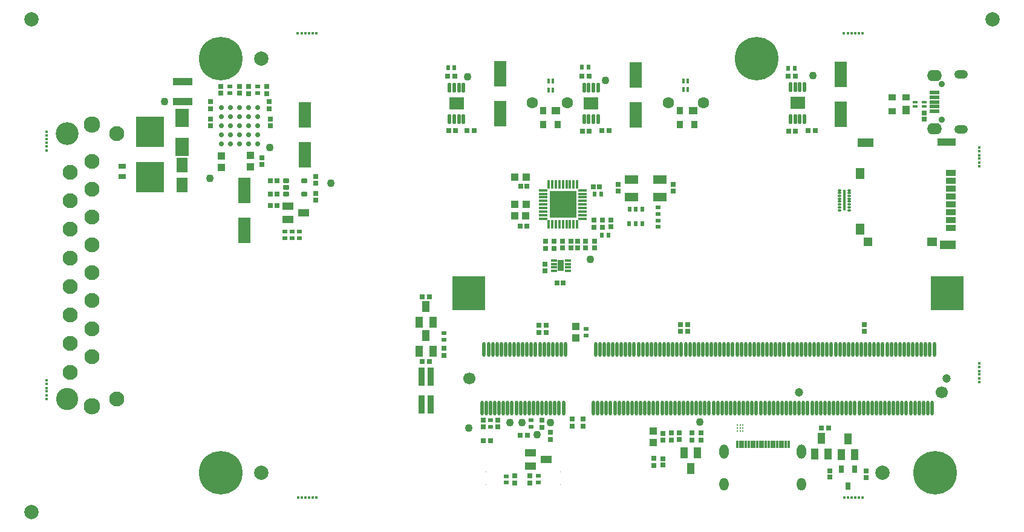
<source format=gts>
G04*
G04 #@! TF.GenerationSoftware,Altium Limited,Altium NEXUS,2.0.15 (191)*
G04*
G04 Layer_Color=8388736*
%FSLAX25Y25*%
%MOIN*%
G70*
G01*
G75*
%ADD70C,0.04331*%
%ADD71C,0.06299*%
%ADD89C,0.06693*%
%ADD137C,0.07874*%
%ADD138R,0.02953X0.04134*%
%ADD139R,0.02835X0.02835*%
%ADD140R,0.02953X0.02559*%
%ADD141R,0.02756X0.02362*%
%ADD142R,0.04331X0.05906*%
%ADD143O,0.01772X0.08268*%
%ADD144R,0.06693X0.14173*%
%ADD145C,0.02894*%
%ADD146R,0.03347X0.09843*%
%ADD147R,0.05906X0.04331*%
%ADD148R,0.02559X0.02165*%
%ADD149R,0.02165X0.02559*%
%ADD150R,0.02559X0.02953*%
%ADD151R,0.07480X0.09843*%
%ADD152R,0.06102X0.08465*%
%ADD153R,0.03937X0.03150*%
%ADD154R,0.04331X0.03937*%
%ADD155R,0.08268X0.07087*%
%ADD156O,0.02165X0.05709*%
%ADD157R,0.03347X0.01378*%
%ADD158R,0.03465X0.06299*%
%ADD159R,0.14961X0.14961*%
%ADD160O,0.04921X0.01575*%
%ADD161O,0.01575X0.04921*%
%ADD162O,0.02362X0.01181*%
%ADD163R,0.01693X0.11417*%
%ADD164C,0.01181*%
%ADD165R,0.10236X0.04134*%
%ADD166R,0.09055X0.04921*%
%ADD167R,0.04921X0.06299*%
%ADD168R,0.05118X0.04961*%
%ADD169R,0.05315X0.04961*%
%ADD170R,0.05276X0.03543*%
%ADD171R,0.15394X0.17087*%
%ADD172R,0.03543X0.03937*%
%ADD173R,0.05118X0.03937*%
G04:AMPARAMS|DCode=174|XSize=25.59mil|YSize=35.43mil|CornerRadius=3.92mil|HoleSize=0mil|Usage=FLASHONLY|Rotation=90.000|XOffset=0mil|YOffset=0mil|HoleType=Round|Shape=RoundedRectangle|*
%AMROUNDEDRECTD174*
21,1,0.02559,0.02760,0,0,90.0*
21,1,0.01776,0.03543,0,0,90.0*
1,1,0.00784,0.01380,0.00888*
1,1,0.00784,0.01380,-0.00888*
1,1,0.00784,-0.01380,-0.00888*
1,1,0.00784,-0.01380,0.00888*
%
%ADD174ROUNDEDRECTD174*%
%ADD175R,0.10630X0.04134*%
%ADD176R,0.07480X0.05118*%
%ADD177R,0.01299X0.04331*%
%ADD178R,0.05512X0.02165*%
%ADD179R,0.02835X0.02835*%
%ADD180R,0.03937X0.04331*%
%ADD181R,0.03937X0.03543*%
%ADD182R,0.03937X0.05118*%
%ADD183R,0.02362X0.02756*%
%ADD184R,0.03150X0.01575*%
%ADD185R,0.01575X0.03150*%
%ADD186R,0.18110X0.18504*%
%ADD187C,0.01587*%
%ADD188C,0.00394*%
%ADD189C,0.12205*%
%ADD190C,0.09055*%
%ADD191C,0.08268*%
%ADD192C,0.12611*%
%ADD193C,0.04724*%
G04:AMPARAMS|DCode=194|XSize=3.94mil|YSize=3.94mil|CornerRadius=0mil|HoleSize=0mil|Usage=FLASHONLY|Rotation=180.000|XOffset=0mil|YOffset=0mil|HoleType=Round|Shape=RoundedRectangle|*
%AMROUNDEDRECTD194*
21,1,0.00394,0.00394,0,0,180.0*
21,1,0.00394,0.00394,0,0,180.0*
1,1,0.00000,-0.00197,0.00197*
1,1,0.00000,0.00197,0.00197*
1,1,0.00000,0.00197,-0.00197*
1,1,0.00000,-0.00197,-0.00197*
%
%ADD194ROUNDEDRECTD194*%
%ADD195O,0.05118X0.07087*%
%ADD196O,0.05118X0.07874*%
%ADD197C,0.03543*%
%ADD198O,0.07480X0.04921*%
%ADD199O,0.08268X0.06102*%
%ADD200C,0.24016*%
D70*
X270335Y34700D02*
D03*
X422261Y232542D02*
D03*
X232576Y38485D02*
D03*
X255216Y41410D02*
D03*
X261737D02*
D03*
X277657Y41446D02*
D03*
X360035Y41508D02*
D03*
X299453Y131409D02*
D03*
X308000Y229962D02*
D03*
X231813Y232075D02*
D03*
X65000Y218214D02*
D03*
X122773Y193091D02*
D03*
X89810Y175836D02*
D03*
X156430Y173337D02*
D03*
D71*
X267609Y217623D02*
D03*
X286900D02*
D03*
X342554Y217622D02*
D03*
X361846D02*
D03*
D89*
X493293Y57921D02*
D03*
X232972Y65610D02*
D03*
D137*
X-8394Y-8083D02*
D03*
X-8394Y263571D02*
D03*
X521134Y263571D02*
D03*
X118110Y13780D02*
D03*
X460630Y13780D02*
D03*
X118110Y242127D02*
D03*
D138*
X441561Y6299D02*
D03*
X438017Y15551D02*
D03*
X445104D02*
D03*
D139*
X431627Y14713D02*
D03*
Y11169D02*
D03*
X451538Y14665D02*
D03*
Y11122D02*
D03*
X339518Y31751D02*
D03*
Y35294D02*
D03*
X339554Y21377D02*
D03*
Y17834D02*
D03*
X483464Y208551D02*
D03*
Y212094D02*
D03*
X315000Y172607D02*
D03*
Y169064D02*
D03*
X345098Y169064D02*
D03*
Y172607D02*
D03*
X284096Y137637D02*
D03*
Y141180D02*
D03*
X310998Y149323D02*
D03*
Y152866D02*
D03*
X118658Y187165D02*
D03*
Y183622D02*
D03*
X123075Y208625D02*
D03*
Y205082D02*
D03*
X90181Y208625D02*
D03*
Y205082D02*
D03*
X148281Y167586D02*
D03*
Y164042D02*
D03*
Y173337D02*
D03*
Y176881D02*
D03*
D140*
X257900Y12055D02*
D03*
Y8118D02*
D03*
X266350Y8117D02*
D03*
Y12054D02*
D03*
X219000Y82292D02*
D03*
Y78355D02*
D03*
X106354Y226804D02*
D03*
Y222867D02*
D03*
X344224Y35735D02*
D03*
Y31798D02*
D03*
X334690Y17665D02*
D03*
Y21602D02*
D03*
X240551Y38867D02*
D03*
Y42804D02*
D03*
X248551Y38867D02*
D03*
Y42804D02*
D03*
X272803Y42717D02*
D03*
Y38780D02*
D03*
X277657Y35873D02*
D03*
Y31936D02*
D03*
X275295Y91142D02*
D03*
Y95079D02*
D03*
X271358Y91142D02*
D03*
Y95079D02*
D03*
X295500Y43287D02*
D03*
Y39350D02*
D03*
X289663Y43287D02*
D03*
Y39350D02*
D03*
X348600Y35790D02*
D03*
Y31853D02*
D03*
X355673Y35735D02*
D03*
Y31798D02*
D03*
X353248Y91535D02*
D03*
Y95472D02*
D03*
X349311Y91535D02*
D03*
Y95472D02*
D03*
X360654Y35735D02*
D03*
Y31798D02*
D03*
X450492Y95473D02*
D03*
Y91536D02*
D03*
X302057Y141486D02*
D03*
Y137549D02*
D03*
X306108Y152967D02*
D03*
Y149030D02*
D03*
X301557Y153015D02*
D03*
Y149078D02*
D03*
X279523Y141352D02*
D03*
Y137415D02*
D03*
X274680Y124879D02*
D03*
Y128816D02*
D03*
X296752Y137549D02*
D03*
Y141486D02*
D03*
X292717Y141486D02*
D03*
Y137549D02*
D03*
X288780Y141486D02*
D03*
Y137549D02*
D03*
X275025Y141352D02*
D03*
Y137415D02*
D03*
X121219Y222757D02*
D03*
Y226694D02*
D03*
X96016Y222867D02*
D03*
Y226804D02*
D03*
X90181Y214413D02*
D03*
Y218350D02*
D03*
X122681Y214413D02*
D03*
Y218350D02*
D03*
X111370Y222757D02*
D03*
Y226694D02*
D03*
D141*
X139200Y143040D02*
D03*
Y146583D02*
D03*
X135363Y146582D02*
D03*
Y143039D02*
D03*
X131228Y146581D02*
D03*
Y143038D02*
D03*
X270933Y11858D02*
D03*
Y8315D02*
D03*
X253200Y8264D02*
D03*
Y11807D02*
D03*
X219000Y86986D02*
D03*
Y90529D02*
D03*
X116355Y222954D02*
D03*
Y226497D02*
D03*
X101000Y222954D02*
D03*
Y226497D02*
D03*
D142*
X423137Y23992D02*
D03*
X430617D02*
D03*
X426877Y32654D02*
D03*
X354987Y15992D02*
D03*
X351247Y24654D02*
D03*
X358727D02*
D03*
X441561Y32430D02*
D03*
X445301Y23769D02*
D03*
X437821D02*
D03*
X209000Y89250D02*
D03*
X212740Y80588D02*
D03*
X205260D02*
D03*
X209000Y105166D02*
D03*
X212740Y96505D02*
D03*
X205260D02*
D03*
D143*
X447736Y49469D02*
D03*
X450098D02*
D03*
X304823Y81752D02*
D03*
X302460D02*
D03*
X489075D02*
D03*
X486712D02*
D03*
X484350D02*
D03*
X481988D02*
D03*
X479626D02*
D03*
X477263D02*
D03*
X474901D02*
D03*
X472539D02*
D03*
X470177D02*
D03*
X467815D02*
D03*
X465452D02*
D03*
X463090D02*
D03*
X460728D02*
D03*
X458366D02*
D03*
X456004D02*
D03*
X453641D02*
D03*
X451279D02*
D03*
X448917D02*
D03*
X446555D02*
D03*
X444193D02*
D03*
X441830D02*
D03*
X439468D02*
D03*
X437106D02*
D03*
X434744D02*
D03*
X432382D02*
D03*
X430019D02*
D03*
X427657D02*
D03*
X425295D02*
D03*
X422933D02*
D03*
X420571D02*
D03*
X418208D02*
D03*
X415846D02*
D03*
X413484D02*
D03*
X411122D02*
D03*
X408760D02*
D03*
X406397D02*
D03*
X404035D02*
D03*
X401673D02*
D03*
X399311D02*
D03*
X396949D02*
D03*
X394586D02*
D03*
X392224D02*
D03*
X389862D02*
D03*
X387500D02*
D03*
X385138D02*
D03*
X382775D02*
D03*
X380413D02*
D03*
X378051D02*
D03*
X375689D02*
D03*
X373326D02*
D03*
X370964D02*
D03*
X368602D02*
D03*
X366240D02*
D03*
X363878D02*
D03*
X361515D02*
D03*
X359153D02*
D03*
X356791D02*
D03*
X354429D02*
D03*
X352067D02*
D03*
X349704D02*
D03*
X347342D02*
D03*
X344980D02*
D03*
X342618D02*
D03*
X340256D02*
D03*
X337893D02*
D03*
X335531D02*
D03*
X333169D02*
D03*
X330807D02*
D03*
X328445D02*
D03*
X326082D02*
D03*
X323720D02*
D03*
X321358D02*
D03*
X318996D02*
D03*
X316634D02*
D03*
X314271D02*
D03*
X311909D02*
D03*
X309547D02*
D03*
X307185D02*
D03*
X285925D02*
D03*
X283563D02*
D03*
X281201D02*
D03*
X278838D02*
D03*
X276476D02*
D03*
X274114D02*
D03*
X271752D02*
D03*
X269389D02*
D03*
X267027D02*
D03*
X264665D02*
D03*
X262303D02*
D03*
X259941D02*
D03*
X257578D02*
D03*
X255216D02*
D03*
X252854D02*
D03*
X250492D02*
D03*
X248130D02*
D03*
X245767D02*
D03*
X243405D02*
D03*
X241043D02*
D03*
X239862Y49469D02*
D03*
X242224D02*
D03*
X244586D02*
D03*
X246949D02*
D03*
X249311D02*
D03*
X251673D02*
D03*
X254035D02*
D03*
X256397D02*
D03*
X258760D02*
D03*
X261122D02*
D03*
X263484D02*
D03*
X265846D02*
D03*
X268208D02*
D03*
X270571D02*
D03*
X272933D02*
D03*
X275295D02*
D03*
X277657D02*
D03*
X280019D02*
D03*
X282382D02*
D03*
X284744D02*
D03*
X301279D02*
D03*
X303641D02*
D03*
X306004D02*
D03*
X308366D02*
D03*
X310728D02*
D03*
X313090D02*
D03*
X315452D02*
D03*
X317815D02*
D03*
X320177D02*
D03*
X322539D02*
D03*
X324901D02*
D03*
X327263D02*
D03*
X329626D02*
D03*
X331988D02*
D03*
X334350D02*
D03*
X336712D02*
D03*
X339075D02*
D03*
X341437D02*
D03*
X343799D02*
D03*
X346161D02*
D03*
X348523D02*
D03*
X350886D02*
D03*
X353248D02*
D03*
X355610D02*
D03*
X357972D02*
D03*
X360334D02*
D03*
X362697D02*
D03*
X365059D02*
D03*
X367421D02*
D03*
X369783D02*
D03*
X372145D02*
D03*
X374508D02*
D03*
X376870D02*
D03*
X379232D02*
D03*
X381594D02*
D03*
X383956D02*
D03*
X386319D02*
D03*
X388681D02*
D03*
X391043D02*
D03*
X393405D02*
D03*
X395767D02*
D03*
X398130D02*
D03*
X400492D02*
D03*
X402854D02*
D03*
X405216D02*
D03*
X407579D02*
D03*
X409941D02*
D03*
X412303D02*
D03*
X414665D02*
D03*
X417027D02*
D03*
X419389D02*
D03*
X421752D02*
D03*
X424114D02*
D03*
X426476D02*
D03*
X428838D02*
D03*
X431201D02*
D03*
X433563D02*
D03*
X435925D02*
D03*
X438287D02*
D03*
X440649D02*
D03*
X443012D02*
D03*
X445374D02*
D03*
X452460D02*
D03*
X454823D02*
D03*
X457185D02*
D03*
X459547D02*
D03*
X461909D02*
D03*
X464271D02*
D03*
X466634D02*
D03*
X468996D02*
D03*
X471358D02*
D03*
X473720D02*
D03*
X476082D02*
D03*
X478445D02*
D03*
X480807D02*
D03*
X483169D02*
D03*
X485531D02*
D03*
X487893D02*
D03*
D144*
X109000Y147299D02*
D03*
Y169346D02*
D03*
X437616Y211374D02*
D03*
Y233421D02*
D03*
X324539Y232921D02*
D03*
Y210874D02*
D03*
X249800Y233611D02*
D03*
Y211564D02*
D03*
X142345Y188874D02*
D03*
Y210921D02*
D03*
D145*
X116355Y214898D02*
D03*
Y209898D02*
D03*
Y204898D02*
D03*
Y199898D02*
D03*
Y194898D02*
D03*
X111354Y214898D02*
D03*
Y209898D02*
D03*
Y204898D02*
D03*
Y199898D02*
D03*
Y194898D02*
D03*
X106354Y214898D02*
D03*
Y209898D02*
D03*
Y204898D02*
D03*
Y199898D02*
D03*
Y194898D02*
D03*
X101355Y214898D02*
D03*
Y209898D02*
D03*
Y204898D02*
D03*
Y199898D02*
D03*
Y194898D02*
D03*
X96355Y214898D02*
D03*
Y209898D02*
D03*
Y204898D02*
D03*
Y199898D02*
D03*
Y194898D02*
D03*
D146*
X206500Y51158D02*
D03*
Y66513D02*
D03*
X211500Y51158D02*
D03*
Y66513D02*
D03*
D147*
X141412Y157051D02*
D03*
X132751Y153311D02*
D03*
Y160791D02*
D03*
X275322Y20936D02*
D03*
X266660Y17195D02*
D03*
Y24676D02*
D03*
D148*
X336759Y159866D02*
D03*
Y152820D02*
D03*
Y156323D02*
D03*
Y149277D02*
D03*
X244551Y39064D02*
D03*
Y42607D02*
D03*
X297347Y92913D02*
D03*
Y89370D02*
D03*
X266800Y38976D02*
D03*
Y42520D02*
D03*
D149*
X321099Y158835D02*
D03*
X328082Y150836D02*
D03*
X320996D02*
D03*
X324539D02*
D03*
X328185Y158835D02*
D03*
X324642D02*
D03*
X301969Y167470D02*
D03*
X305512D02*
D03*
D150*
X244551Y31184D02*
D03*
X240614D02*
D03*
X210968Y75136D02*
D03*
X207031D02*
D03*
X207031Y110602D02*
D03*
X210968D02*
D03*
X264800Y34302D02*
D03*
X260863D02*
D03*
X430814Y38320D02*
D03*
X426877D02*
D03*
X231647Y202162D02*
D03*
X235584D02*
D03*
X306063Y202213D02*
D03*
X310000D02*
D03*
X419543Y202302D02*
D03*
X423480D02*
D03*
X408519Y232347D02*
D03*
X412456D02*
D03*
X294805Y232313D02*
D03*
X298742D02*
D03*
X220872Y232323D02*
D03*
X224809D02*
D03*
X127050Y160853D02*
D03*
X123113D02*
D03*
D151*
X74689Y209230D02*
D03*
Y193482D02*
D03*
D152*
Y183446D02*
D03*
Y172225D02*
D03*
D153*
X41436Y177080D02*
D03*
Y182591D02*
D03*
D154*
X334268Y30339D02*
D03*
Y36638D02*
D03*
X96300Y188285D02*
D03*
Y181986D02*
D03*
X291622Y87992D02*
D03*
Y94291D02*
D03*
X112355Y188543D02*
D03*
Y182244D02*
D03*
D155*
X225840Y217372D02*
D03*
X413736Y217513D02*
D03*
X300000Y217323D02*
D03*
D156*
X229679Y226132D02*
D03*
X227120D02*
D03*
X224561D02*
D03*
X222002D02*
D03*
X229679Y208613D02*
D03*
X227120D02*
D03*
X224561D02*
D03*
X222002D02*
D03*
X417574Y226272D02*
D03*
X415015D02*
D03*
X412456D02*
D03*
X409897D02*
D03*
X417574Y208753D02*
D03*
X415015D02*
D03*
X412456D02*
D03*
X409897D02*
D03*
X303839Y226083D02*
D03*
X301280D02*
D03*
X298721D02*
D03*
X296162D02*
D03*
X303839Y208563D02*
D03*
X301280D02*
D03*
X298721D02*
D03*
X296162D02*
D03*
D157*
X287084Y124879D02*
D03*
Y126848D02*
D03*
Y128816D02*
D03*
Y130784D02*
D03*
X279486Y124879D02*
D03*
Y126848D02*
D03*
Y128816D02*
D03*
Y130784D02*
D03*
D158*
X283285Y127832D02*
D03*
D159*
X284449Y161565D02*
D03*
D160*
X295374Y169439D02*
D03*
Y167470D02*
D03*
Y165502D02*
D03*
Y163533D02*
D03*
Y161565D02*
D03*
Y155659D02*
D03*
Y153691D02*
D03*
X273524D02*
D03*
Y155659D02*
D03*
Y157628D02*
D03*
Y159596D02*
D03*
Y161565D02*
D03*
Y163533D02*
D03*
Y165502D02*
D03*
Y167470D02*
D03*
Y169439D02*
D03*
X295374Y159596D02*
D03*
Y157628D02*
D03*
D161*
X292323Y150639D02*
D03*
X290354D02*
D03*
X288386D02*
D03*
X286417D02*
D03*
X284449D02*
D03*
X282480D02*
D03*
X280512D02*
D03*
X278543D02*
D03*
X276575D02*
D03*
Y172490D02*
D03*
X278543D02*
D03*
X280512D02*
D03*
X282480D02*
D03*
X284449D02*
D03*
X286417D02*
D03*
X288386D02*
D03*
X290354D02*
D03*
X292323D02*
D03*
D162*
X437027Y169482D02*
D03*
Y167907D02*
D03*
Y166332D02*
D03*
Y164758D02*
D03*
Y163183D02*
D03*
Y161608D02*
D03*
Y160033D02*
D03*
Y158458D02*
D03*
X442342D02*
D03*
Y160033D02*
D03*
Y161608D02*
D03*
Y163183D02*
D03*
Y164758D02*
D03*
Y166332D02*
D03*
Y167907D02*
D03*
Y169482D02*
D03*
D163*
X439685Y163970D02*
D03*
D164*
X383679Y39936D02*
D03*
Y38361D02*
D03*
Y36786D02*
D03*
X382104Y39936D02*
D03*
Y38361D02*
D03*
Y36786D02*
D03*
X380529Y39936D02*
D03*
Y38361D02*
D03*
Y36786D02*
D03*
D165*
X495866Y196037D02*
D03*
D166*
X451260Y195643D02*
D03*
X496456Y139383D02*
D03*
D167*
X448130Y178695D02*
D03*
Y148065D02*
D03*
D168*
X452559Y140978D02*
D03*
D169*
X487992D02*
D03*
D170*
X498346Y148616D02*
D03*
Y152946D02*
D03*
Y157277D02*
D03*
Y161608D02*
D03*
Y165939D02*
D03*
Y170269D02*
D03*
Y174600D02*
D03*
Y178931D02*
D03*
D171*
X56920Y176523D02*
D03*
Y201602D02*
D03*
D172*
X281437Y205564D02*
D03*
X273563D02*
D03*
Y213438D02*
D03*
X356937Y205492D02*
D03*
X349063D02*
D03*
Y213366D02*
D03*
D173*
X280650Y213438D02*
D03*
X356150Y213366D02*
D03*
D174*
X142019Y174759D02*
D03*
Y167278D02*
D03*
X131980D02*
D03*
Y171019D02*
D03*
Y174759D02*
D03*
D175*
X74759Y229237D02*
D03*
Y218213D02*
D03*
D176*
X322088Y175269D02*
D03*
X337836D02*
D03*
Y165820D02*
D03*
X322088D02*
D03*
D177*
X408876Y29323D02*
D03*
X407301D02*
D03*
X405726D02*
D03*
X404151D02*
D03*
X399427D02*
D03*
X397852D02*
D03*
X396277D02*
D03*
X394702D02*
D03*
X389978D02*
D03*
X388403D02*
D03*
X386828D02*
D03*
X385254D02*
D03*
X383679D02*
D03*
X382104D02*
D03*
X380529D02*
D03*
X402576D02*
D03*
X401002D02*
D03*
X393127D02*
D03*
X391553D02*
D03*
D178*
X489093Y220682D02*
D03*
Y218123D02*
D03*
Y215564D02*
D03*
Y223241D02*
D03*
Y213005D02*
D03*
D179*
X412456Y202094D02*
D03*
X408913D02*
D03*
X298764Y202123D02*
D03*
X295221D02*
D03*
X260990Y149639D02*
D03*
X264533D02*
D03*
X225072Y202162D02*
D03*
X221529D02*
D03*
X261146Y171582D02*
D03*
X264690D02*
D03*
X304725Y171407D02*
D03*
X301181D02*
D03*
X284731Y118323D02*
D03*
X281188D02*
D03*
X126853Y174689D02*
D03*
X123310D02*
D03*
X123310Y167278D02*
D03*
X126853D02*
D03*
D180*
X257754Y155323D02*
D03*
X264054D02*
D03*
X257771Y161565D02*
D03*
X264070D02*
D03*
X257840Y176579D02*
D03*
X264139D02*
D03*
D181*
X465773Y212842D02*
D03*
Y220717D02*
D03*
X473647D02*
D03*
D182*
Y213630D02*
D03*
D183*
X412259Y236749D02*
D03*
X408716D02*
D03*
X298487Y237313D02*
D03*
X294944D02*
D03*
X224612Y236906D02*
D03*
X221069D02*
D03*
X309606Y144723D02*
D03*
X306063D02*
D03*
D184*
X478543Y217980D02*
D03*
X483464D02*
D03*
Y215815D02*
D03*
X478543D02*
D03*
D185*
X353083Y224862D02*
D03*
Y229784D02*
D03*
X350917D02*
D03*
Y224862D02*
D03*
X276575Y229713D02*
D03*
X278740D02*
D03*
Y224791D02*
D03*
X276575D02*
D03*
D186*
X232576Y112701D02*
D03*
X496075D02*
D03*
D187*
X-51Y193491D02*
D03*
X-50Y195556D02*
D03*
X-51Y199601D02*
D03*
Y201682D02*
D03*
Y197520D02*
D03*
X-53Y191426D02*
D03*
X-51Y56434D02*
D03*
X-50Y58499D02*
D03*
X-51Y62544D02*
D03*
Y64625D02*
D03*
Y60463D02*
D03*
X-53Y54369D02*
D03*
X441450Y255957D02*
D03*
X443515Y255956D02*
D03*
X447561Y255957D02*
D03*
X449642D02*
D03*
X445479D02*
D03*
X439386Y255958D02*
D03*
X513831Y184761D02*
D03*
X513830Y186826D02*
D03*
X513831Y190872D02*
D03*
Y192953D02*
D03*
Y188791D02*
D03*
X513832Y182696D02*
D03*
X513831Y65761D02*
D03*
X513830Y67826D02*
D03*
X513831Y71872D02*
D03*
Y73953D02*
D03*
Y69791D02*
D03*
X513832Y63696D02*
D03*
X140533Y-51D02*
D03*
X142598Y-50D02*
D03*
X146644Y-51D02*
D03*
X148725D02*
D03*
X144563D02*
D03*
X138469Y-53D02*
D03*
X441466Y-51D02*
D03*
X443530Y-50D02*
D03*
X447576Y-51D02*
D03*
X449657D02*
D03*
X445495D02*
D03*
X439401Y-53D02*
D03*
X148575Y255907D02*
D03*
X142481Y255906D02*
D03*
X138319D02*
D03*
X140400D02*
D03*
X144446Y255904D02*
D03*
X146511Y255906D02*
D03*
D188*
X453957Y214942D02*
D03*
D189*
X11068Y54172D02*
D03*
D190*
X24848Y50235D02*
D03*
Y205747D02*
D03*
D191*
X38627Y54172D02*
D03*
Y200629D02*
D03*
X24848Y77794D02*
D03*
Y93148D02*
D03*
Y108503D02*
D03*
Y123857D02*
D03*
Y139211D02*
D03*
Y154566D02*
D03*
Y169920D02*
D03*
Y185275D02*
D03*
X13037Y69133D02*
D03*
Y84881D02*
D03*
Y100629D02*
D03*
Y116377D02*
D03*
Y132125D02*
D03*
Y147873D02*
D03*
Y163621D02*
D03*
Y179369D02*
D03*
D192*
X11068Y200629D02*
D03*
D193*
X414553Y57921D02*
D03*
X495964Y65610D02*
D03*
D194*
X283000Y13921D02*
D03*
Y6834D02*
D03*
X242055Y6834D02*
D03*
Y13920D02*
D03*
D195*
X416061Y7473D02*
D03*
X373344D02*
D03*
D196*
X416061Y25189D02*
D03*
X373344D02*
D03*
D197*
X493227Y227965D02*
D03*
Y208280D02*
D03*
D198*
X504053Y233379D02*
D03*
Y202867D02*
D03*
D199*
X489093Y232788D02*
D03*
Y203457D02*
D03*
D200*
X96016Y242126D02*
D03*
Y13780D02*
D03*
X391291Y242126D02*
D03*
X489717Y13780D02*
D03*
M02*

</source>
